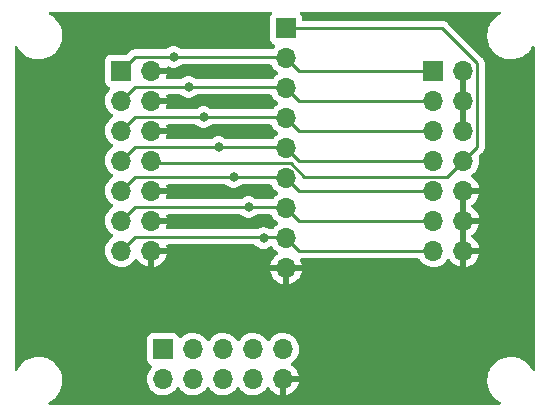
<source format=gtl>
%TF.GenerationSoftware,KiCad,Pcbnew,(6.0.8)*%
%TF.CreationDate,2022-10-22T10:51:26-05:00*%
%TF.ProjectId,jtag_sniff_pcb,6a746167-5f73-46e6-9966-665f7063622e,rev?*%
%TF.SameCoordinates,Original*%
%TF.FileFunction,Copper,L1,Top*%
%TF.FilePolarity,Positive*%
%FSLAX46Y46*%
G04 Gerber Fmt 4.6, Leading zero omitted, Abs format (unit mm)*
G04 Created by KiCad (PCBNEW (6.0.8)) date 2022-10-22 10:51:26*
%MOMM*%
%LPD*%
G01*
G04 APERTURE LIST*
%TA.AperFunction,ComponentPad*%
%ADD10R,1.700000X1.700000*%
%TD*%
%TA.AperFunction,ComponentPad*%
%ADD11O,1.700000X1.700000*%
%TD*%
%TA.AperFunction,ViaPad*%
%ADD12C,0.800000*%
%TD*%
%TA.AperFunction,Conductor*%
%ADD13C,0.250000*%
%TD*%
G04 APERTURE END LIST*
D10*
%TO.P,J3,1,Pin_1*%
%TO.N,VCC*%
X133350000Y-69860000D03*
D11*
%TO.P,J3,2,Pin_2*%
%TO.N,/TCK*%
X133350000Y-72400000D03*
%TO.P,J3,3,Pin_3*%
%TO.N,/TRST*%
X133350000Y-74940000D03*
%TO.P,J3,4,Pin_4*%
%TO.N,/TDO*%
X133350000Y-77480000D03*
%TO.P,J3,5,Pin_5*%
%TO.N,/ASEBRK*%
X133350000Y-80020000D03*
%TO.P,J3,6,Pin_6*%
%TO.N,/TMS*%
X133350000Y-82560000D03*
%TO.P,J3,7,Pin_7*%
%TO.N,/TDI*%
X133350000Y-85100000D03*
%TO.P,J3,8,Pin_8*%
%TO.N,/RESET*%
X133350000Y-87640000D03*
%TO.P,J3,9,Pin_9*%
%TO.N,GND*%
X133350000Y-90180000D03*
%TD*%
D10*
%TO.P,J1,1,Pin_1*%
%TO.N,/TCK*%
X122936000Y-97028000D03*
D11*
%TO.P,J1,2,Pin_2*%
%TO.N,/TRST*%
X122936000Y-99568000D03*
%TO.P,J1,3,Pin_3*%
%TO.N,/TDO*%
X125476000Y-97028000D03*
%TO.P,J1,4,Pin_4*%
%TO.N,/ASEBRK*%
X125476000Y-99568000D03*
%TO.P,J1,5,Pin_5*%
%TO.N,/TMS*%
X128016000Y-97028000D03*
%TO.P,J1,6,Pin_6*%
%TO.N,/TDI*%
X128016000Y-99568000D03*
%TO.P,J1,7,Pin_7*%
%TO.N,/RESET*%
X130556000Y-97028000D03*
%TO.P,J1,8,Pin_8*%
%TO.N,unconnected-(J1-Pad8)*%
X130556000Y-99568000D03*
%TO.P,J1,9,Pin_9*%
%TO.N,unconnected-(J1-Pad9)*%
X133096000Y-97028000D03*
%TO.P,J1,10,Pin_10*%
%TO.N,GND*%
X133096000Y-99568000D03*
%TD*%
D10*
%TO.P,J2,1,Pin_1*%
%TO.N,/TCK*%
X145816000Y-73462000D03*
D11*
%TO.P,J2,2,Pin_2*%
%TO.N,/TRST*%
X145816000Y-76002000D03*
%TO.P,J2,3,Pin_3*%
%TO.N,/TDO*%
X145816000Y-78542000D03*
%TO.P,J2,4,Pin_4*%
%TO.N,/ASEBRK*%
X145816000Y-81082000D03*
%TO.P,J2,5,Pin_5*%
%TO.N,/TMS*%
X145816000Y-83622000D03*
%TO.P,J2,6,Pin_6*%
%TO.N,/TDI*%
X145816000Y-86162000D03*
%TO.P,J2,7,Pin_7*%
%TO.N,/RESET*%
X145816000Y-88702000D03*
%TO.P,J2,8,Pin_8*%
%TO.N,GND*%
X148356000Y-73462000D03*
%TO.P,J2,9,Pin_9*%
X148356000Y-76002000D03*
%TO.P,J2,10,Pin_10*%
X148356000Y-78542000D03*
%TO.P,J2,11,Pin_11*%
%TO.N,VCC*%
X148356000Y-81082000D03*
%TO.P,J2,12,Pin_12*%
%TO.N,GND*%
X148356000Y-83622000D03*
%TO.P,J2,13,Pin_13*%
X148356000Y-86162000D03*
%TO.P,J2,14,Pin_14*%
X148356000Y-88702000D03*
%TD*%
D10*
%TO.P,J4,1,Pin_1*%
%TO.N,/TCK*%
X119378000Y-73462000D03*
D11*
%TO.P,J4,2,Pin_2*%
%TO.N,/TRST*%
X119378000Y-76002000D03*
%TO.P,J4,3,Pin_3*%
%TO.N,/TDO*%
X119378000Y-78542000D03*
%TO.P,J4,4,Pin_4*%
%TO.N,/ASEBRK*%
X119378000Y-81082000D03*
%TO.P,J4,5,Pin_5*%
%TO.N,/TMS*%
X119378000Y-83622000D03*
%TO.P,J4,6,Pin_6*%
%TO.N,/TDI*%
X119378000Y-86162000D03*
%TO.P,J4,7,Pin_7*%
%TO.N,/RESET*%
X119378000Y-88702000D03*
%TO.P,J4,8,Pin_8*%
%TO.N,GND*%
X121918000Y-73462000D03*
%TO.P,J4,9,Pin_9*%
X121918000Y-76002000D03*
%TO.P,J4,10,Pin_10*%
X121918000Y-78542000D03*
%TO.P,J4,11,Pin_11*%
%TO.N,VCC*%
X121918000Y-81082000D03*
%TO.P,J4,12,Pin_12*%
%TO.N,GND*%
X121918000Y-83622000D03*
%TO.P,J4,13,Pin_13*%
X121918000Y-86162000D03*
%TO.P,J4,14,Pin_14*%
X121918000Y-88702000D03*
%TD*%
D12*
%TO.N,/RESET*%
X131445000Y-87630000D03*
%TO.N,/TDI*%
X130175000Y-84987000D03*
%TO.N,/TMS*%
X128905000Y-82447000D03*
%TO.N,/ASEBRK*%
X127635000Y-79907000D03*
%TO.N,/TDO*%
X126365000Y-77367000D03*
%TO.N,/TRST*%
X125095000Y-74827000D03*
%TO.N,/TCK*%
X123825000Y-72287000D03*
%TD*%
D13*
%TO.N,/RESET*%
X131548000Y-87527000D02*
X120553000Y-87527000D01*
%TO.N,/TDI*%
X130278000Y-84987000D02*
X120553000Y-84987000D01*
%TO.N,/TMS*%
X129008000Y-82447000D02*
X120553000Y-82447000D01*
%TO.N,VCC*%
X133731701Y-81280000D02*
X127508000Y-81280000D01*
X121918000Y-81082000D02*
X122116000Y-81280000D01*
X122116000Y-81280000D02*
X127508000Y-81280000D01*
%TO.N,/ASEBRK*%
X133257000Y-79907000D02*
X126643000Y-79907000D01*
X119378000Y-81082000D02*
X120553000Y-79907000D01*
X120553000Y-79907000D02*
X126643000Y-79907000D01*
%TO.N,/TDO*%
X133257000Y-77367000D02*
X125881000Y-77367000D01*
X119378000Y-78542000D02*
X120553000Y-77367000D01*
X120553000Y-77367000D02*
X125881000Y-77367000D01*
%TO.N,/TRST*%
X133257000Y-74827000D02*
X125119000Y-74827000D01*
X119378000Y-76002000D02*
X120553000Y-74827000D01*
X120553000Y-74827000D02*
X125119000Y-74827000D01*
%TO.N,/TCK*%
X123293000Y-72287000D02*
X120553000Y-72287000D01*
%TO.N,VCC*%
X148356000Y-81082000D02*
X149531000Y-79907000D01*
X149531000Y-79907000D02*
X149531000Y-72823000D01*
X149531000Y-72823000D02*
X146568000Y-69860000D01*
X146568000Y-69860000D02*
X133350000Y-69860000D01*
X148356000Y-81082000D02*
X146991000Y-82447000D01*
X146991000Y-82447000D02*
X134898701Y-82447000D01*
X134898701Y-82447000D02*
X133731701Y-81280000D01*
%TO.N,/TCK*%
X133350000Y-72400000D02*
X134412000Y-73462000D01*
X134412000Y-73462000D02*
X145816000Y-73462000D01*
%TO.N,/TRST*%
X133350000Y-74940000D02*
X134412000Y-76002000D01*
X134412000Y-76002000D02*
X145816000Y-76002000D01*
%TO.N,/TDO*%
X145816000Y-78542000D02*
X134412000Y-78542000D01*
X134412000Y-78542000D02*
X133350000Y-77480000D01*
%TO.N,/ASEBRK*%
X145816000Y-81082000D02*
X134412000Y-81082000D01*
X134412000Y-81082000D02*
X133350000Y-80020000D01*
%TO.N,/TMS*%
X145816000Y-83622000D02*
X134412000Y-83622000D01*
X134412000Y-83622000D02*
X133350000Y-82560000D01*
%TO.N,/TDI*%
X133350000Y-85100000D02*
X134412000Y-86162000D01*
X134412000Y-86162000D02*
X145816000Y-86162000D01*
%TO.N,/TCK*%
X133257000Y-72287000D02*
X123293000Y-72287000D01*
X120553000Y-72287000D02*
X119378000Y-73462000D01*
X133375000Y-72405000D02*
X133257000Y-72287000D01*
%TO.N,/TRST*%
X133375000Y-74945000D02*
X133257000Y-74827000D01*
%TO.N,/TDO*%
X133375000Y-77485000D02*
X133257000Y-77367000D01*
%TO.N,/ASEBRK*%
X133375000Y-80025000D02*
X133257000Y-79907000D01*
%TO.N,/TMS*%
X120553000Y-82447000D02*
X119378000Y-83622000D01*
X133257000Y-82447000D02*
X129008000Y-82447000D01*
X133375000Y-82565000D02*
X133257000Y-82447000D01*
%TO.N,/TDI*%
X133257000Y-84987000D02*
X130278000Y-84987000D01*
X133375000Y-85105000D02*
X133257000Y-84987000D01*
X120553000Y-84987000D02*
X119378000Y-86162000D01*
%TO.N,/RESET*%
X120553000Y-87527000D02*
X119378000Y-88702000D01*
X133375000Y-87645000D02*
X133257000Y-87527000D01*
X134432000Y-88702000D02*
X133375000Y-87645000D01*
X145816000Y-88702000D02*
X134432000Y-88702000D01*
X133257000Y-87527000D02*
X131548000Y-87527000D01*
%TD*%
%TA.AperFunction,Conductor*%
%TO.N,GND*%
G36*
X132097794Y-68473502D02*
G01*
X132144287Y-68527158D01*
X132154391Y-68597432D01*
X132130499Y-68655065D01*
X132049385Y-68763295D01*
X131998255Y-68899684D01*
X131991500Y-68961866D01*
X131991500Y-70758134D01*
X131998255Y-70820316D01*
X132049385Y-70956705D01*
X132136739Y-71073261D01*
X132253295Y-71160615D01*
X132261704Y-71163767D01*
X132261705Y-71163768D01*
X132370451Y-71204535D01*
X132427216Y-71247176D01*
X132451916Y-71313738D01*
X132436709Y-71383087D01*
X132417316Y-71409568D01*
X132331124Y-71499763D01*
X132290629Y-71542138D01*
X132252177Y-71598506D01*
X132197268Y-71643507D01*
X132148091Y-71653500D01*
X124533200Y-71653500D01*
X124465079Y-71633498D01*
X124445853Y-71617157D01*
X124445580Y-71617460D01*
X124440668Y-71613037D01*
X124436253Y-71608134D01*
X124281752Y-71495882D01*
X124275724Y-71493198D01*
X124275722Y-71493197D01*
X124113319Y-71420891D01*
X124113318Y-71420891D01*
X124107288Y-71418206D01*
X124013888Y-71398353D01*
X123926944Y-71379872D01*
X123926939Y-71379872D01*
X123920487Y-71378500D01*
X123729513Y-71378500D01*
X123723061Y-71379872D01*
X123723056Y-71379872D01*
X123636112Y-71398353D01*
X123542712Y-71418206D01*
X123536682Y-71420891D01*
X123536681Y-71420891D01*
X123374278Y-71493197D01*
X123374276Y-71493198D01*
X123368248Y-71495882D01*
X123213747Y-71608134D01*
X123209332Y-71613037D01*
X123204420Y-71617460D01*
X123203295Y-71616211D01*
X123149986Y-71649051D01*
X123116800Y-71653500D01*
X120631767Y-71653500D01*
X120620584Y-71652973D01*
X120613091Y-71651298D01*
X120605165Y-71651547D01*
X120605164Y-71651547D01*
X120545001Y-71653438D01*
X120541043Y-71653500D01*
X120513144Y-71653500D01*
X120509154Y-71654004D01*
X120497320Y-71654936D01*
X120453111Y-71656326D01*
X120445497Y-71658538D01*
X120445492Y-71658539D01*
X120433659Y-71661977D01*
X120414296Y-71665988D01*
X120394203Y-71668526D01*
X120386836Y-71671443D01*
X120386831Y-71671444D01*
X120353092Y-71684802D01*
X120341865Y-71688646D01*
X120299407Y-71700982D01*
X120292581Y-71705019D01*
X120281972Y-71711293D01*
X120264224Y-71719988D01*
X120245383Y-71727448D01*
X120238967Y-71732110D01*
X120238966Y-71732110D01*
X120209613Y-71753436D01*
X120199693Y-71759952D01*
X120168465Y-71778420D01*
X120168462Y-71778422D01*
X120161638Y-71782458D01*
X120147317Y-71796779D01*
X120132284Y-71809619D01*
X120115893Y-71821528D01*
X120110842Y-71827634D01*
X120087702Y-71855605D01*
X120079712Y-71864384D01*
X119877501Y-72066595D01*
X119815189Y-72100621D01*
X119788406Y-72103500D01*
X118479866Y-72103500D01*
X118417684Y-72110255D01*
X118281295Y-72161385D01*
X118164739Y-72248739D01*
X118077385Y-72365295D01*
X118026255Y-72501684D01*
X118019500Y-72563866D01*
X118019500Y-74360134D01*
X118026255Y-74422316D01*
X118077385Y-74558705D01*
X118164739Y-74675261D01*
X118281295Y-74762615D01*
X118289704Y-74765767D01*
X118289705Y-74765768D01*
X118398451Y-74806535D01*
X118455216Y-74849176D01*
X118479916Y-74915738D01*
X118464709Y-74985087D01*
X118445316Y-75011568D01*
X118318629Y-75144138D01*
X118192743Y-75328680D01*
X118178898Y-75358507D01*
X118108696Y-75509745D01*
X118098688Y-75531305D01*
X118038989Y-75746570D01*
X118015251Y-75968695D01*
X118028110Y-76191715D01*
X118029247Y-76196761D01*
X118029248Y-76196767D01*
X118035241Y-76223357D01*
X118077222Y-76409639D01*
X118115461Y-76503811D01*
X118143636Y-76573197D01*
X118161266Y-76616616D01*
X118172838Y-76635500D01*
X118275291Y-76802688D01*
X118277987Y-76807088D01*
X118424250Y-76975938D01*
X118596126Y-77118632D01*
X118666595Y-77159811D01*
X118669445Y-77161476D01*
X118718169Y-77213114D01*
X118731240Y-77282897D01*
X118704509Y-77348669D01*
X118664055Y-77382027D01*
X118651607Y-77388507D01*
X118647474Y-77391610D01*
X118647471Y-77391612D01*
X118477100Y-77519530D01*
X118472965Y-77522635D01*
X118318629Y-77684138D01*
X118192743Y-77868680D01*
X118178898Y-77898507D01*
X118108696Y-78049745D01*
X118098688Y-78071305D01*
X118038989Y-78286570D01*
X118015251Y-78508695D01*
X118028110Y-78731715D01*
X118029247Y-78736761D01*
X118029248Y-78736767D01*
X118040031Y-78784614D01*
X118077222Y-78949639D01*
X118115461Y-79043811D01*
X118143636Y-79113197D01*
X118161266Y-79156616D01*
X118172838Y-79175500D01*
X118275291Y-79342688D01*
X118277987Y-79347088D01*
X118424250Y-79515938D01*
X118496540Y-79575954D01*
X118579220Y-79644596D01*
X118596126Y-79658632D01*
X118666595Y-79699811D01*
X118669445Y-79701476D01*
X118718169Y-79753114D01*
X118731240Y-79822897D01*
X118704509Y-79888669D01*
X118664055Y-79922027D01*
X118651607Y-79928507D01*
X118647474Y-79931610D01*
X118647471Y-79931612D01*
X118501146Y-80041476D01*
X118472965Y-80062635D01*
X118318629Y-80224138D01*
X118315720Y-80228403D01*
X118315714Y-80228411D01*
X118278939Y-80282321D01*
X118192743Y-80408680D01*
X118098688Y-80611305D01*
X118038989Y-80826570D01*
X118015251Y-81048695D01*
X118015548Y-81053848D01*
X118015548Y-81053851D01*
X118021011Y-81148590D01*
X118028110Y-81271715D01*
X118029247Y-81276761D01*
X118029248Y-81276767D01*
X118049119Y-81364939D01*
X118077222Y-81489639D01*
X118161266Y-81696616D01*
X118277987Y-81887088D01*
X118424250Y-82055938D01*
X118596126Y-82198632D01*
X118666595Y-82239811D01*
X118669445Y-82241476D01*
X118718169Y-82293114D01*
X118731240Y-82362897D01*
X118704509Y-82428669D01*
X118664055Y-82462027D01*
X118651607Y-82468507D01*
X118647474Y-82471610D01*
X118647471Y-82471612D01*
X118622685Y-82490222D01*
X118472965Y-82602635D01*
X118318629Y-82764138D01*
X118192743Y-82948680D01*
X118176899Y-82982814D01*
X118108696Y-83129745D01*
X118098688Y-83151305D01*
X118038989Y-83366570D01*
X118015251Y-83588695D01*
X118028110Y-83811715D01*
X118029247Y-83816761D01*
X118029248Y-83816767D01*
X118035241Y-83843357D01*
X118077222Y-84029639D01*
X118134896Y-84171674D01*
X118143636Y-84193197D01*
X118161266Y-84236616D01*
X118172838Y-84255500D01*
X118275291Y-84422688D01*
X118277987Y-84427088D01*
X118424250Y-84595938D01*
X118596126Y-84738632D01*
X118666595Y-84779811D01*
X118669445Y-84781476D01*
X118718169Y-84833114D01*
X118731240Y-84902897D01*
X118704509Y-84968669D01*
X118664055Y-85002027D01*
X118651607Y-85008507D01*
X118647474Y-85011610D01*
X118647471Y-85011612D01*
X118477100Y-85139530D01*
X118472965Y-85142635D01*
X118318629Y-85304138D01*
X118192743Y-85488680D01*
X118178898Y-85518507D01*
X118108696Y-85669745D01*
X118098688Y-85691305D01*
X118038989Y-85906570D01*
X118015251Y-86128695D01*
X118028110Y-86351715D01*
X118029247Y-86356761D01*
X118029248Y-86356767D01*
X118035241Y-86383357D01*
X118077222Y-86569639D01*
X118134896Y-86711674D01*
X118154452Y-86759834D01*
X118161266Y-86776616D01*
X118172838Y-86795500D01*
X118275291Y-86962688D01*
X118277987Y-86967088D01*
X118424250Y-87135938D01*
X118596126Y-87278632D01*
X118666595Y-87319811D01*
X118669445Y-87321476D01*
X118718169Y-87373114D01*
X118731240Y-87442897D01*
X118704509Y-87508669D01*
X118664055Y-87542027D01*
X118651607Y-87548507D01*
X118647474Y-87551610D01*
X118647471Y-87551612D01*
X118477100Y-87679530D01*
X118472965Y-87682635D01*
X118318629Y-87844138D01*
X118192743Y-88028680D01*
X118178898Y-88058507D01*
X118112203Y-88202190D01*
X118098688Y-88231305D01*
X118038989Y-88446570D01*
X118015251Y-88668695D01*
X118028110Y-88891715D01*
X118029247Y-88896761D01*
X118029248Y-88896767D01*
X118046645Y-88973962D01*
X118077222Y-89109639D01*
X118161266Y-89316616D01*
X118163965Y-89321020D01*
X118275291Y-89502688D01*
X118277987Y-89507088D01*
X118424250Y-89675938D01*
X118596126Y-89818632D01*
X118789000Y-89931338D01*
X118997692Y-90011030D01*
X119002760Y-90012061D01*
X119002763Y-90012062D01*
X119097862Y-90031410D01*
X119216597Y-90055567D01*
X119221772Y-90055757D01*
X119221774Y-90055757D01*
X119434673Y-90063564D01*
X119434677Y-90063564D01*
X119439837Y-90063753D01*
X119444957Y-90063097D01*
X119444959Y-90063097D01*
X119656288Y-90036025D01*
X119656289Y-90036025D01*
X119661416Y-90035368D01*
X119666366Y-90033883D01*
X119870429Y-89972661D01*
X119870434Y-89972659D01*
X119875384Y-89971174D01*
X120075994Y-89872896D01*
X120257860Y-89743173D01*
X120286664Y-89714470D01*
X120412435Y-89589137D01*
X120416096Y-89585489D01*
X120454716Y-89531744D01*
X120546453Y-89404077D01*
X120547640Y-89404930D01*
X120594960Y-89361362D01*
X120664897Y-89349145D01*
X120730338Y-89376678D01*
X120758166Y-89408511D01*
X120815694Y-89502388D01*
X120821777Y-89510699D01*
X120961213Y-89671667D01*
X120968580Y-89678883D01*
X121132434Y-89814916D01*
X121140881Y-89820831D01*
X121324756Y-89928279D01*
X121334042Y-89932729D01*
X121533001Y-90008703D01*
X121542899Y-90011579D01*
X121646250Y-90032606D01*
X121660299Y-90031410D01*
X121664000Y-90021065D01*
X121664000Y-90020517D01*
X122172000Y-90020517D01*
X122176064Y-90034359D01*
X122189478Y-90036393D01*
X122196184Y-90035534D01*
X122206262Y-90033392D01*
X122410255Y-89972191D01*
X122419842Y-89968433D01*
X122611095Y-89874739D01*
X122619945Y-89869464D01*
X122793328Y-89745792D01*
X122801200Y-89739139D01*
X122952052Y-89588812D01*
X122958730Y-89580965D01*
X123083003Y-89408020D01*
X123088313Y-89399183D01*
X123182670Y-89208267D01*
X123186469Y-89198672D01*
X123248377Y-88994910D01*
X123250555Y-88984837D01*
X123251986Y-88973962D01*
X123249775Y-88959778D01*
X123236617Y-88956000D01*
X122190115Y-88956000D01*
X122174876Y-88960475D01*
X122173671Y-88961865D01*
X122172000Y-88969548D01*
X122172000Y-90020517D01*
X121664000Y-90020517D01*
X121664000Y-88286500D01*
X121684002Y-88218379D01*
X121737658Y-88171886D01*
X121790000Y-88160500D01*
X122046000Y-88160500D01*
X122114121Y-88180502D01*
X122160614Y-88234158D01*
X122172000Y-88286500D01*
X122172000Y-88429885D01*
X122176475Y-88445124D01*
X122177865Y-88446329D01*
X122185548Y-88448000D01*
X123236344Y-88448000D01*
X123249875Y-88444027D01*
X123251180Y-88434947D01*
X123221603Y-88317196D01*
X123224407Y-88246255D01*
X123265120Y-88188091D01*
X123330815Y-88161172D01*
X123343807Y-88160500D01*
X130644060Y-88160500D01*
X130712181Y-88180502D01*
X130737694Y-88202189D01*
X130833747Y-88308866D01*
X130988248Y-88421118D01*
X130994276Y-88423802D01*
X130994278Y-88423803D01*
X131156681Y-88496109D01*
X131162712Y-88498794D01*
X131256113Y-88518647D01*
X131343056Y-88537128D01*
X131343061Y-88537128D01*
X131349513Y-88538500D01*
X131540487Y-88538500D01*
X131546939Y-88537128D01*
X131546944Y-88537128D01*
X131633887Y-88518647D01*
X131727288Y-88498794D01*
X131733319Y-88496109D01*
X131895722Y-88423803D01*
X131895724Y-88423802D01*
X131901752Y-88421118D01*
X131972581Y-88369658D01*
X132022269Y-88333557D01*
X132089137Y-88309699D01*
X132158288Y-88325779D01*
X132203762Y-88369658D01*
X132247285Y-88440680D01*
X132247290Y-88440687D01*
X132249987Y-88445088D01*
X132396250Y-88613938D01*
X132568126Y-88756632D01*
X132588590Y-88768590D01*
X132641955Y-88799774D01*
X132690679Y-88851412D01*
X132703750Y-88921195D01*
X132677019Y-88986967D01*
X132636562Y-89020327D01*
X132628457Y-89024546D01*
X132619738Y-89030036D01*
X132449433Y-89157905D01*
X132441726Y-89164748D01*
X132294590Y-89318717D01*
X132288104Y-89326727D01*
X132168098Y-89502649D01*
X132163000Y-89511623D01*
X132073338Y-89704783D01*
X132069775Y-89714470D01*
X132014389Y-89914183D01*
X132015912Y-89922607D01*
X132028292Y-89926000D01*
X134668344Y-89926000D01*
X134681875Y-89922027D01*
X134683180Y-89912947D01*
X134641214Y-89745875D01*
X134637894Y-89736124D01*
X134552972Y-89540814D01*
X134548108Y-89531744D01*
X134546940Y-89529938D01*
X134546692Y-89529103D01*
X134545661Y-89527180D01*
X134546058Y-89526967D01*
X134526735Y-89461877D01*
X134546533Y-89393697D01*
X134600049Y-89347043D01*
X134652734Y-89335500D01*
X144540274Y-89335500D01*
X144608395Y-89355502D01*
X144647707Y-89395665D01*
X144715987Y-89507088D01*
X144862250Y-89675938D01*
X145034126Y-89818632D01*
X145227000Y-89931338D01*
X145435692Y-90011030D01*
X145440760Y-90012061D01*
X145440763Y-90012062D01*
X145535862Y-90031410D01*
X145654597Y-90055567D01*
X145659772Y-90055757D01*
X145659774Y-90055757D01*
X145872673Y-90063564D01*
X145872677Y-90063564D01*
X145877837Y-90063753D01*
X145882957Y-90063097D01*
X145882959Y-90063097D01*
X146094288Y-90036025D01*
X146094289Y-90036025D01*
X146099416Y-90035368D01*
X146104366Y-90033883D01*
X146308429Y-89972661D01*
X146308434Y-89972659D01*
X146313384Y-89971174D01*
X146513994Y-89872896D01*
X146695860Y-89743173D01*
X146724664Y-89714470D01*
X146850435Y-89589137D01*
X146854096Y-89585489D01*
X146892716Y-89531744D01*
X146984453Y-89404077D01*
X146985640Y-89404930D01*
X147032960Y-89361362D01*
X147102897Y-89349145D01*
X147168338Y-89376678D01*
X147196166Y-89408511D01*
X147253694Y-89502388D01*
X147259777Y-89510699D01*
X147399213Y-89671667D01*
X147406580Y-89678883D01*
X147570434Y-89814916D01*
X147578881Y-89820831D01*
X147762756Y-89928279D01*
X147772042Y-89932729D01*
X147971001Y-90008703D01*
X147980899Y-90011579D01*
X148084250Y-90032606D01*
X148098299Y-90031410D01*
X148102000Y-90021065D01*
X148102000Y-90020517D01*
X148610000Y-90020517D01*
X148614064Y-90034359D01*
X148627478Y-90036393D01*
X148634184Y-90035534D01*
X148644262Y-90033392D01*
X148848255Y-89972191D01*
X148857842Y-89968433D01*
X149049095Y-89874739D01*
X149057945Y-89869464D01*
X149231328Y-89745792D01*
X149239200Y-89739139D01*
X149390052Y-89588812D01*
X149396730Y-89580965D01*
X149521003Y-89408020D01*
X149526313Y-89399183D01*
X149620670Y-89208267D01*
X149624469Y-89198672D01*
X149686377Y-88994910D01*
X149688555Y-88984837D01*
X149689986Y-88973962D01*
X149687775Y-88959778D01*
X149674617Y-88956000D01*
X148628115Y-88956000D01*
X148612876Y-88960475D01*
X148611671Y-88961865D01*
X148610000Y-88969548D01*
X148610000Y-90020517D01*
X148102000Y-90020517D01*
X148102000Y-88429885D01*
X148610000Y-88429885D01*
X148614475Y-88445124D01*
X148615865Y-88446329D01*
X148623548Y-88448000D01*
X149674344Y-88448000D01*
X149687875Y-88444027D01*
X149689180Y-88434947D01*
X149647214Y-88267875D01*
X149643894Y-88258124D01*
X149558972Y-88062814D01*
X149554105Y-88053739D01*
X149438426Y-87874926D01*
X149432136Y-87866757D01*
X149288806Y-87709240D01*
X149281273Y-87702215D01*
X149114139Y-87570222D01*
X149105552Y-87564517D01*
X149068116Y-87543851D01*
X149018146Y-87493419D01*
X149003374Y-87423976D01*
X149028490Y-87357571D01*
X149055842Y-87330964D01*
X149231327Y-87205792D01*
X149239200Y-87199139D01*
X149390052Y-87048812D01*
X149396730Y-87040965D01*
X149521003Y-86868020D01*
X149526313Y-86859183D01*
X149620670Y-86668267D01*
X149624469Y-86658672D01*
X149686377Y-86454910D01*
X149688555Y-86444837D01*
X149689986Y-86433962D01*
X149687775Y-86419778D01*
X149674617Y-86416000D01*
X148628115Y-86416000D01*
X148612876Y-86420475D01*
X148611671Y-86421865D01*
X148610000Y-86429548D01*
X148610000Y-88429885D01*
X148102000Y-88429885D01*
X148102000Y-85889885D01*
X148610000Y-85889885D01*
X148614475Y-85905124D01*
X148615865Y-85906329D01*
X148623548Y-85908000D01*
X149674344Y-85908000D01*
X149687875Y-85904027D01*
X149689180Y-85894947D01*
X149647214Y-85727875D01*
X149643894Y-85718124D01*
X149558972Y-85522814D01*
X149554105Y-85513739D01*
X149438426Y-85334926D01*
X149432136Y-85326757D01*
X149288806Y-85169240D01*
X149281273Y-85162215D01*
X149114139Y-85030222D01*
X149105552Y-85024517D01*
X149068116Y-85003851D01*
X149018146Y-84953419D01*
X149003374Y-84883976D01*
X149028490Y-84817571D01*
X149055842Y-84790964D01*
X149231327Y-84665792D01*
X149239200Y-84659139D01*
X149390052Y-84508812D01*
X149396730Y-84500965D01*
X149521003Y-84328020D01*
X149526313Y-84319183D01*
X149620670Y-84128267D01*
X149624469Y-84118672D01*
X149686377Y-83914910D01*
X149688555Y-83904837D01*
X149689986Y-83893962D01*
X149687775Y-83879778D01*
X149674617Y-83876000D01*
X148628115Y-83876000D01*
X148612876Y-83880475D01*
X148611671Y-83881865D01*
X148610000Y-83889548D01*
X148610000Y-85889885D01*
X148102000Y-85889885D01*
X148102000Y-83494000D01*
X148122002Y-83425879D01*
X148175658Y-83379386D01*
X148228000Y-83368000D01*
X149674344Y-83368000D01*
X149687875Y-83364027D01*
X149689180Y-83354947D01*
X149647214Y-83187875D01*
X149643894Y-83178124D01*
X149558972Y-82982814D01*
X149554105Y-82973739D01*
X149438426Y-82794926D01*
X149432136Y-82786757D01*
X149288806Y-82629240D01*
X149281273Y-82622215D01*
X149114139Y-82490222D01*
X149105556Y-82484520D01*
X149068602Y-82464120D01*
X149018631Y-82413687D01*
X149003859Y-82344245D01*
X149028975Y-82277839D01*
X149056327Y-82251232D01*
X149079797Y-82234491D01*
X149235860Y-82123173D01*
X149394096Y-81965489D01*
X149453594Y-81882689D01*
X149521435Y-81788277D01*
X149524453Y-81784077D01*
X149623430Y-81583811D01*
X149688370Y-81370069D01*
X149717529Y-81148590D01*
X149719156Y-81082000D01*
X149700852Y-80859361D01*
X149672821Y-80747766D01*
X149675625Y-80676825D01*
X149705930Y-80627975D01*
X149923253Y-80410652D01*
X149931539Y-80403112D01*
X149938018Y-80399000D01*
X149984644Y-80349348D01*
X149987398Y-80346507D01*
X150007135Y-80326770D01*
X150009615Y-80323573D01*
X150017320Y-80314551D01*
X150042159Y-80288100D01*
X150047586Y-80282321D01*
X150051405Y-80275375D01*
X150051407Y-80275372D01*
X150057348Y-80264566D01*
X150068199Y-80248047D01*
X150075758Y-80238301D01*
X150080614Y-80232041D01*
X150083759Y-80224772D01*
X150083762Y-80224768D01*
X150098174Y-80191463D01*
X150103391Y-80180813D01*
X150124695Y-80142060D01*
X150129733Y-80122437D01*
X150136137Y-80103734D01*
X150141033Y-80092420D01*
X150141033Y-80092419D01*
X150144181Y-80085145D01*
X150145420Y-80077322D01*
X150145423Y-80077312D01*
X150151099Y-80041476D01*
X150153505Y-80029856D01*
X150162528Y-79994711D01*
X150162528Y-79994710D01*
X150164500Y-79987030D01*
X150164500Y-79966776D01*
X150166051Y-79947065D01*
X150167980Y-79934886D01*
X150169220Y-79927057D01*
X150165059Y-79883038D01*
X150164500Y-79871181D01*
X150164500Y-72901768D01*
X150165027Y-72890585D01*
X150166702Y-72883092D01*
X150164562Y-72815001D01*
X150164500Y-72811044D01*
X150164500Y-72783144D01*
X150163996Y-72779153D01*
X150163063Y-72767311D01*
X150161923Y-72731036D01*
X150161674Y-72723111D01*
X150159462Y-72715497D01*
X150159461Y-72715492D01*
X150156023Y-72703659D01*
X150152012Y-72684295D01*
X150150467Y-72672064D01*
X150149474Y-72664203D01*
X150146557Y-72656836D01*
X150146556Y-72656831D01*
X150133198Y-72623092D01*
X150129354Y-72611865D01*
X150119230Y-72577022D01*
X150117018Y-72569407D01*
X150106707Y-72551972D01*
X150098012Y-72534224D01*
X150090552Y-72515383D01*
X150064564Y-72479613D01*
X150058048Y-72469693D01*
X150039580Y-72438465D01*
X150039578Y-72438462D01*
X150035542Y-72431638D01*
X150021221Y-72417317D01*
X150008380Y-72402283D01*
X150006721Y-72400000D01*
X149996472Y-72385893D01*
X149962395Y-72357702D01*
X149953616Y-72349712D01*
X147071652Y-69467747D01*
X147064112Y-69459461D01*
X147060000Y-69452982D01*
X147010348Y-69406356D01*
X147007507Y-69403602D01*
X146987770Y-69383865D01*
X146984573Y-69381385D01*
X146975551Y-69373680D01*
X146949100Y-69348841D01*
X146943321Y-69343414D01*
X146936375Y-69339595D01*
X146936372Y-69339593D01*
X146925566Y-69333652D01*
X146909047Y-69322801D01*
X146908583Y-69322441D01*
X146893041Y-69310386D01*
X146885772Y-69307241D01*
X146885768Y-69307238D01*
X146852463Y-69292826D01*
X146841813Y-69287609D01*
X146803060Y-69266305D01*
X146783437Y-69261267D01*
X146764734Y-69254863D01*
X146753420Y-69249967D01*
X146753419Y-69249967D01*
X146746145Y-69246819D01*
X146738322Y-69245580D01*
X146738312Y-69245577D01*
X146702476Y-69239901D01*
X146690856Y-69237495D01*
X146655711Y-69228472D01*
X146655710Y-69228472D01*
X146648030Y-69226500D01*
X146627776Y-69226500D01*
X146608065Y-69224949D01*
X146595886Y-69223020D01*
X146588057Y-69221780D01*
X146580165Y-69222526D01*
X146544039Y-69225941D01*
X146532181Y-69226500D01*
X134834500Y-69226500D01*
X134766379Y-69206498D01*
X134719886Y-69152842D01*
X134708500Y-69100500D01*
X134708500Y-68961866D01*
X134701745Y-68899684D01*
X134650615Y-68763295D01*
X134569501Y-68655065D01*
X134544653Y-68588559D01*
X134559706Y-68519176D01*
X134609880Y-68468946D01*
X134670327Y-68453500D01*
X151437122Y-68453500D01*
X151505243Y-68473502D01*
X151551736Y-68527158D01*
X151561840Y-68597432D01*
X151532346Y-68662012D01*
X151496276Y-68690751D01*
X151465210Y-68707269D01*
X151333058Y-68777536D01*
X151329499Y-68780122D01*
X151329497Y-68780123D01*
X151164935Y-68899684D01*
X151105808Y-68942642D01*
X151102644Y-68945698D01*
X151102641Y-68945700D01*
X151013864Y-69031431D01*
X150903748Y-69137769D01*
X150819639Y-69245424D01*
X150746067Y-69339593D01*
X150730812Y-69359118D01*
X150728616Y-69362922D01*
X150728611Y-69362929D01*
X150639992Y-69516423D01*
X150590364Y-69602381D01*
X150485138Y-69862824D01*
X150484073Y-69867097D01*
X150484072Y-69867099D01*
X150450379Y-70002236D01*
X150417183Y-70135376D01*
X150387822Y-70414733D01*
X150387975Y-70419121D01*
X150387975Y-70419127D01*
X150394973Y-70619500D01*
X150397625Y-70695458D01*
X150398387Y-70699781D01*
X150398388Y-70699788D01*
X150422164Y-70834624D01*
X150446402Y-70972087D01*
X150533203Y-71239235D01*
X150535131Y-71243188D01*
X150535133Y-71243193D01*
X150537076Y-71247176D01*
X150656340Y-71491702D01*
X150658795Y-71495341D01*
X150658798Y-71495347D01*
X150690359Y-71542138D01*
X150813415Y-71724576D01*
X151001371Y-71933322D01*
X151216550Y-72113879D01*
X151454764Y-72262731D01*
X151588484Y-72322267D01*
X151685126Y-72365295D01*
X151711375Y-72376982D01*
X151981390Y-72454407D01*
X151985740Y-72455018D01*
X151985743Y-72455019D01*
X152088690Y-72469487D01*
X152259552Y-72493500D01*
X152470146Y-72493500D01*
X152472332Y-72493347D01*
X152472336Y-72493347D01*
X152675827Y-72479118D01*
X152675832Y-72479117D01*
X152680212Y-72478811D01*
X152954970Y-72420409D01*
X152959099Y-72418906D01*
X152959103Y-72418905D01*
X153214781Y-72325846D01*
X153214785Y-72325844D01*
X153218926Y-72324337D01*
X153466942Y-72192464D01*
X153514057Y-72158233D01*
X153690629Y-72029947D01*
X153690632Y-72029944D01*
X153694192Y-72027358D01*
X153702564Y-72019274D01*
X153794947Y-71930060D01*
X153896252Y-71832231D01*
X154064049Y-71617460D01*
X154066481Y-71614347D01*
X154066482Y-71614346D01*
X154069188Y-71610882D01*
X154196381Y-71390577D01*
X154247763Y-71341584D01*
X154317477Y-71328148D01*
X154383388Y-71354534D01*
X154424570Y-71412366D01*
X154431500Y-71453577D01*
X154431500Y-98732691D01*
X154411498Y-98800812D01*
X154357842Y-98847305D01*
X154287568Y-98857409D01*
X154222988Y-98827915D01*
X154192252Y-98787926D01*
X154182355Y-98767634D01*
X154143660Y-98688298D01*
X154141205Y-98684659D01*
X154141202Y-98684653D01*
X154023830Y-98510642D01*
X153986585Y-98455424D01*
X153969296Y-98436222D01*
X153875244Y-98331767D01*
X153798629Y-98246678D01*
X153583450Y-98066121D01*
X153345236Y-97917269D01*
X153088625Y-97803018D01*
X152933992Y-97758678D01*
X152822837Y-97726805D01*
X152822836Y-97726805D01*
X152818610Y-97725593D01*
X152814260Y-97724982D01*
X152814257Y-97724981D01*
X152711310Y-97710513D01*
X152540448Y-97686500D01*
X152329854Y-97686500D01*
X152327668Y-97686653D01*
X152327664Y-97686653D01*
X152124173Y-97700882D01*
X152124168Y-97700883D01*
X152119788Y-97701189D01*
X151845030Y-97759591D01*
X151840901Y-97761094D01*
X151840897Y-97761095D01*
X151585219Y-97854154D01*
X151585215Y-97854156D01*
X151581074Y-97855663D01*
X151333058Y-97987536D01*
X151329499Y-97990122D01*
X151329497Y-97990123D01*
X151116833Y-98144632D01*
X151105808Y-98152642D01*
X151102644Y-98155698D01*
X151102641Y-98155700D01*
X151032416Y-98223516D01*
X150903748Y-98347769D01*
X150776498Y-98510642D01*
X150743602Y-98552748D01*
X150730812Y-98569118D01*
X150728616Y-98572922D01*
X150728611Y-98572929D01*
X150616199Y-98767634D01*
X150590364Y-98812381D01*
X150485138Y-99072824D01*
X150484073Y-99077097D01*
X150484072Y-99077099D01*
X150424082Y-99317707D01*
X150417183Y-99345376D01*
X150416724Y-99349744D01*
X150416723Y-99349749D01*
X150397285Y-99534695D01*
X150387822Y-99624733D01*
X150387975Y-99629121D01*
X150387975Y-99629127D01*
X150395718Y-99850837D01*
X150397625Y-99905458D01*
X150398387Y-99909781D01*
X150398388Y-99909788D01*
X150422164Y-100044624D01*
X150446402Y-100182087D01*
X150533203Y-100449235D01*
X150535131Y-100453188D01*
X150535133Y-100453193D01*
X150578787Y-100542695D01*
X150656340Y-100701702D01*
X150658795Y-100705341D01*
X150658798Y-100705347D01*
X150682963Y-100741173D01*
X150813415Y-100934576D01*
X151001371Y-101143322D01*
X151216550Y-101323879D01*
X151454764Y-101472731D01*
X151478264Y-101483194D01*
X151483203Y-101485393D01*
X151537299Y-101531374D01*
X151557948Y-101599301D01*
X151538595Y-101667609D01*
X151485385Y-101714610D01*
X151431954Y-101726500D01*
X113357878Y-101726500D01*
X113289757Y-101706498D01*
X113243264Y-101652842D01*
X113233160Y-101582568D01*
X113262654Y-101517988D01*
X113298724Y-101489249D01*
X113458056Y-101404530D01*
X113461942Y-101402464D01*
X113566896Y-101326211D01*
X113685629Y-101239947D01*
X113685632Y-101239944D01*
X113689192Y-101237358D01*
X113891252Y-101042231D01*
X114064188Y-100820882D01*
X114066384Y-100817078D01*
X114066389Y-100817071D01*
X114202435Y-100581431D01*
X114204636Y-100577619D01*
X114309862Y-100317176D01*
X114321368Y-100271028D01*
X114376753Y-100048893D01*
X114376754Y-100048888D01*
X114377817Y-100044624D01*
X114384565Y-99980425D01*
X114406719Y-99769636D01*
X114406719Y-99769633D01*
X114407178Y-99765267D01*
X114407025Y-99760873D01*
X114399127Y-99534695D01*
X121573251Y-99534695D01*
X121573548Y-99539848D01*
X121573548Y-99539851D01*
X121578442Y-99624733D01*
X121586110Y-99757715D01*
X121587247Y-99762761D01*
X121587248Y-99762767D01*
X121600597Y-99822000D01*
X121635222Y-99975639D01*
X121719266Y-100182616D01*
X121769863Y-100265183D01*
X121833291Y-100368688D01*
X121835987Y-100373088D01*
X121982250Y-100541938D01*
X122154126Y-100684632D01*
X122347000Y-100797338D01*
X122555692Y-100877030D01*
X122560760Y-100878061D01*
X122560763Y-100878062D01*
X122655862Y-100897410D01*
X122774597Y-100921567D01*
X122779772Y-100921757D01*
X122779774Y-100921757D01*
X122992673Y-100929564D01*
X122992677Y-100929564D01*
X122997837Y-100929753D01*
X123002957Y-100929097D01*
X123002959Y-100929097D01*
X123214288Y-100902025D01*
X123214289Y-100902025D01*
X123219416Y-100901368D01*
X123224366Y-100899883D01*
X123428429Y-100838661D01*
X123428434Y-100838659D01*
X123433384Y-100837174D01*
X123633994Y-100738896D01*
X123815860Y-100609173D01*
X123847525Y-100577619D01*
X123970435Y-100455137D01*
X123974096Y-100451489D01*
X124033594Y-100368689D01*
X124104453Y-100270077D01*
X124105776Y-100271028D01*
X124152645Y-100227857D01*
X124222580Y-100215625D01*
X124288026Y-100243144D01*
X124315875Y-100274994D01*
X124375987Y-100373088D01*
X124522250Y-100541938D01*
X124694126Y-100684632D01*
X124887000Y-100797338D01*
X125095692Y-100877030D01*
X125100760Y-100878061D01*
X125100763Y-100878062D01*
X125195862Y-100897410D01*
X125314597Y-100921567D01*
X125319772Y-100921757D01*
X125319774Y-100921757D01*
X125532673Y-100929564D01*
X125532677Y-100929564D01*
X125537837Y-100929753D01*
X125542957Y-100929097D01*
X125542959Y-100929097D01*
X125754288Y-100902025D01*
X125754289Y-100902025D01*
X125759416Y-100901368D01*
X125764366Y-100899883D01*
X125968429Y-100838661D01*
X125968434Y-100838659D01*
X125973384Y-100837174D01*
X126173994Y-100738896D01*
X126355860Y-100609173D01*
X126387525Y-100577619D01*
X126510435Y-100455137D01*
X126514096Y-100451489D01*
X126573594Y-100368689D01*
X126644453Y-100270077D01*
X126645776Y-100271028D01*
X126692645Y-100227857D01*
X126762580Y-100215625D01*
X126828026Y-100243144D01*
X126855875Y-100274994D01*
X126915987Y-100373088D01*
X127062250Y-100541938D01*
X127234126Y-100684632D01*
X127427000Y-100797338D01*
X127635692Y-100877030D01*
X127640760Y-100878061D01*
X127640763Y-100878062D01*
X127735862Y-100897410D01*
X127854597Y-100921567D01*
X127859772Y-100921757D01*
X127859774Y-100921757D01*
X128072673Y-100929564D01*
X128072677Y-100929564D01*
X128077837Y-100929753D01*
X128082957Y-100929097D01*
X128082959Y-100929097D01*
X128294288Y-100902025D01*
X128294289Y-100902025D01*
X128299416Y-100901368D01*
X128304366Y-100899883D01*
X128508429Y-100838661D01*
X128508434Y-100838659D01*
X128513384Y-100837174D01*
X128713994Y-100738896D01*
X128895860Y-100609173D01*
X128927525Y-100577619D01*
X129050435Y-100455137D01*
X129054096Y-100451489D01*
X129113594Y-100368689D01*
X129184453Y-100270077D01*
X129185776Y-100271028D01*
X129232645Y-100227857D01*
X129302580Y-100215625D01*
X129368026Y-100243144D01*
X129395875Y-100274994D01*
X129455987Y-100373088D01*
X129602250Y-100541938D01*
X129774126Y-100684632D01*
X129967000Y-100797338D01*
X130175692Y-100877030D01*
X130180760Y-100878061D01*
X130180763Y-100878062D01*
X130275862Y-100897410D01*
X130394597Y-100921567D01*
X130399772Y-100921757D01*
X130399774Y-100921757D01*
X130612673Y-100929564D01*
X130612677Y-100929564D01*
X130617837Y-100929753D01*
X130622957Y-100929097D01*
X130622959Y-100929097D01*
X130834288Y-100902025D01*
X130834289Y-100902025D01*
X130839416Y-100901368D01*
X130844366Y-100899883D01*
X131048429Y-100838661D01*
X131048434Y-100838659D01*
X131053384Y-100837174D01*
X131253994Y-100738896D01*
X131435860Y-100609173D01*
X131467525Y-100577619D01*
X131590435Y-100455137D01*
X131594096Y-100451489D01*
X131653594Y-100368689D01*
X131724453Y-100270077D01*
X131725640Y-100270930D01*
X131772960Y-100227362D01*
X131842897Y-100215145D01*
X131908338Y-100242678D01*
X131936166Y-100274511D01*
X131993694Y-100368388D01*
X131999777Y-100376699D01*
X132139213Y-100537667D01*
X132146580Y-100544883D01*
X132310434Y-100680916D01*
X132318881Y-100686831D01*
X132502756Y-100794279D01*
X132512042Y-100798729D01*
X132711001Y-100874703D01*
X132720899Y-100877579D01*
X132824250Y-100898606D01*
X132838299Y-100897410D01*
X132842000Y-100887065D01*
X132842000Y-100886517D01*
X133350000Y-100886517D01*
X133354064Y-100900359D01*
X133367478Y-100902393D01*
X133374184Y-100901534D01*
X133384262Y-100899392D01*
X133588255Y-100838191D01*
X133597842Y-100834433D01*
X133789095Y-100740739D01*
X133797945Y-100735464D01*
X133971328Y-100611792D01*
X133979200Y-100605139D01*
X134130052Y-100454812D01*
X134136730Y-100446965D01*
X134261003Y-100274020D01*
X134266313Y-100265183D01*
X134360670Y-100074267D01*
X134364469Y-100064672D01*
X134426377Y-99860910D01*
X134428555Y-99850837D01*
X134429986Y-99839962D01*
X134427775Y-99825778D01*
X134414617Y-99822000D01*
X133368115Y-99822000D01*
X133352876Y-99826475D01*
X133351671Y-99827865D01*
X133350000Y-99835548D01*
X133350000Y-100886517D01*
X132842000Y-100886517D01*
X132842000Y-99440000D01*
X132862002Y-99371879D01*
X132915658Y-99325386D01*
X132968000Y-99314000D01*
X134414344Y-99314000D01*
X134427875Y-99310027D01*
X134429180Y-99300947D01*
X134387214Y-99133875D01*
X134383894Y-99124124D01*
X134298972Y-98928814D01*
X134294105Y-98919739D01*
X134178426Y-98740926D01*
X134172136Y-98732757D01*
X134028806Y-98575240D01*
X134021273Y-98568215D01*
X133854139Y-98436222D01*
X133845556Y-98430520D01*
X133808602Y-98410120D01*
X133758631Y-98359687D01*
X133743859Y-98290245D01*
X133768975Y-98223839D01*
X133796327Y-98197232D01*
X133858840Y-98152642D01*
X133975860Y-98069173D01*
X134134096Y-97911489D01*
X134264453Y-97730077D01*
X134278731Y-97701189D01*
X134361136Y-97534453D01*
X134361137Y-97534451D01*
X134363430Y-97529811D01*
X134428370Y-97316069D01*
X134457529Y-97094590D01*
X134459156Y-97028000D01*
X134440852Y-96805361D01*
X134386431Y-96588702D01*
X134297354Y-96383840D01*
X134176014Y-96196277D01*
X134025670Y-96031051D01*
X134021619Y-96027852D01*
X134021615Y-96027848D01*
X133854414Y-95895800D01*
X133854410Y-95895798D01*
X133850359Y-95892598D01*
X133654789Y-95784638D01*
X133649920Y-95782914D01*
X133649916Y-95782912D01*
X133449087Y-95711795D01*
X133449083Y-95711794D01*
X133444212Y-95710069D01*
X133439119Y-95709162D01*
X133439116Y-95709161D01*
X133229373Y-95671800D01*
X133229367Y-95671799D01*
X133224284Y-95670894D01*
X133150452Y-95669992D01*
X133006081Y-95668228D01*
X133006079Y-95668228D01*
X133000911Y-95668165D01*
X132780091Y-95701955D01*
X132567756Y-95771357D01*
X132369607Y-95874507D01*
X132365474Y-95877610D01*
X132365471Y-95877612D01*
X132195100Y-96005530D01*
X132190965Y-96008635D01*
X132187393Y-96012373D01*
X132079729Y-96125037D01*
X132036629Y-96170138D01*
X131929201Y-96327621D01*
X131874293Y-96372621D01*
X131803768Y-96380792D01*
X131740021Y-96349538D01*
X131719324Y-96325054D01*
X131638822Y-96200617D01*
X131638820Y-96200614D01*
X131636014Y-96196277D01*
X131485670Y-96031051D01*
X131481619Y-96027852D01*
X131481615Y-96027848D01*
X131314414Y-95895800D01*
X131314410Y-95895798D01*
X131310359Y-95892598D01*
X131114789Y-95784638D01*
X131109920Y-95782914D01*
X131109916Y-95782912D01*
X130909087Y-95711795D01*
X130909083Y-95711794D01*
X130904212Y-95710069D01*
X130899119Y-95709162D01*
X130899116Y-95709161D01*
X130689373Y-95671800D01*
X130689367Y-95671799D01*
X130684284Y-95670894D01*
X130610452Y-95669992D01*
X130466081Y-95668228D01*
X130466079Y-95668228D01*
X130460911Y-95668165D01*
X130240091Y-95701955D01*
X130027756Y-95771357D01*
X129829607Y-95874507D01*
X129825474Y-95877610D01*
X129825471Y-95877612D01*
X129655100Y-96005530D01*
X129650965Y-96008635D01*
X129647393Y-96012373D01*
X129539729Y-96125037D01*
X129496629Y-96170138D01*
X129389201Y-96327621D01*
X129334293Y-96372621D01*
X129263768Y-96380792D01*
X129200021Y-96349538D01*
X129179324Y-96325054D01*
X129098822Y-96200617D01*
X129098820Y-96200614D01*
X129096014Y-96196277D01*
X128945670Y-96031051D01*
X128941619Y-96027852D01*
X128941615Y-96027848D01*
X128774414Y-95895800D01*
X128774410Y-95895798D01*
X128770359Y-95892598D01*
X128574789Y-95784638D01*
X128569920Y-95782914D01*
X128569916Y-95782912D01*
X128369087Y-95711795D01*
X128369083Y-95711794D01*
X128364212Y-95710069D01*
X128359119Y-95709162D01*
X128359116Y-95709161D01*
X128149373Y-95671800D01*
X128149367Y-95671799D01*
X128144284Y-95670894D01*
X128070452Y-95669992D01*
X127926081Y-95668228D01*
X127926079Y-95668228D01*
X127920911Y-95668165D01*
X127700091Y-95701955D01*
X127487756Y-95771357D01*
X127289607Y-95874507D01*
X127285474Y-95877610D01*
X127285471Y-95877612D01*
X127115100Y-96005530D01*
X127110965Y-96008635D01*
X127107393Y-96012373D01*
X126999729Y-96125037D01*
X126956629Y-96170138D01*
X126849201Y-96327621D01*
X126794293Y-96372621D01*
X126723768Y-96380792D01*
X126660021Y-96349538D01*
X126639324Y-96325054D01*
X126558822Y-96200617D01*
X126558820Y-96200614D01*
X126556014Y-96196277D01*
X126405670Y-96031051D01*
X126401619Y-96027852D01*
X126401615Y-96027848D01*
X126234414Y-95895800D01*
X126234410Y-95895798D01*
X126230359Y-95892598D01*
X126034789Y-95784638D01*
X126029920Y-95782914D01*
X126029916Y-95782912D01*
X125829087Y-95711795D01*
X125829083Y-95711794D01*
X125824212Y-95710069D01*
X125819119Y-95709162D01*
X125819116Y-95709161D01*
X125609373Y-95671800D01*
X125609367Y-95671799D01*
X125604284Y-95670894D01*
X125530452Y-95669992D01*
X125386081Y-95668228D01*
X125386079Y-95668228D01*
X125380911Y-95668165D01*
X125160091Y-95701955D01*
X124947756Y-95771357D01*
X124749607Y-95874507D01*
X124745474Y-95877610D01*
X124745471Y-95877612D01*
X124575100Y-96005530D01*
X124570965Y-96008635D01*
X124514537Y-96067684D01*
X124490283Y-96093064D01*
X124428759Y-96128494D01*
X124357846Y-96125037D01*
X124300060Y-96083791D01*
X124281207Y-96050243D01*
X124239767Y-95939703D01*
X124236615Y-95931295D01*
X124149261Y-95814739D01*
X124032705Y-95727385D01*
X123896316Y-95676255D01*
X123834134Y-95669500D01*
X122037866Y-95669500D01*
X121975684Y-95676255D01*
X121839295Y-95727385D01*
X121722739Y-95814739D01*
X121635385Y-95931295D01*
X121584255Y-96067684D01*
X121577500Y-96129866D01*
X121577500Y-97926134D01*
X121584255Y-97988316D01*
X121635385Y-98124705D01*
X121722739Y-98241261D01*
X121839295Y-98328615D01*
X121847704Y-98331767D01*
X121847705Y-98331768D01*
X121956451Y-98372535D01*
X122013216Y-98415176D01*
X122037916Y-98481738D01*
X122022709Y-98551087D01*
X122003316Y-98577568D01*
X121876629Y-98710138D01*
X121750743Y-98894680D01*
X121729351Y-98940765D01*
X121668052Y-99072824D01*
X121656688Y-99097305D01*
X121596989Y-99312570D01*
X121573251Y-99534695D01*
X114399127Y-99534695D01*
X114397529Y-99488939D01*
X114397528Y-99488933D01*
X114397375Y-99484542D01*
X114373608Y-99349749D01*
X114349360Y-99212236D01*
X114348598Y-99207913D01*
X114261797Y-98940765D01*
X114255969Y-98928814D01*
X114177355Y-98767634D01*
X114138660Y-98688298D01*
X114136205Y-98684659D01*
X114136202Y-98684653D01*
X114018830Y-98510642D01*
X113981585Y-98455424D01*
X113964296Y-98436222D01*
X113870244Y-98331767D01*
X113793629Y-98246678D01*
X113578450Y-98066121D01*
X113340236Y-97917269D01*
X113083625Y-97803018D01*
X112928992Y-97758678D01*
X112817837Y-97726805D01*
X112817836Y-97726805D01*
X112813610Y-97725593D01*
X112809260Y-97724982D01*
X112809257Y-97724981D01*
X112706310Y-97710513D01*
X112535448Y-97686500D01*
X112324854Y-97686500D01*
X112322668Y-97686653D01*
X112322664Y-97686653D01*
X112119173Y-97700882D01*
X112119168Y-97700883D01*
X112114788Y-97701189D01*
X111840030Y-97759591D01*
X111835901Y-97761094D01*
X111835897Y-97761095D01*
X111580219Y-97854154D01*
X111580215Y-97854156D01*
X111576074Y-97855663D01*
X111328058Y-97987536D01*
X111324499Y-97990122D01*
X111324497Y-97990123D01*
X111111833Y-98144632D01*
X111100808Y-98152642D01*
X111097644Y-98155698D01*
X111097641Y-98155700D01*
X111027416Y-98223516D01*
X110898748Y-98347769D01*
X110771498Y-98510642D01*
X110738602Y-98552748D01*
X110725812Y-98569118D01*
X110634992Y-98726423D01*
X110598619Y-98789423D01*
X110547237Y-98838416D01*
X110477523Y-98851852D01*
X110411612Y-98825466D01*
X110370430Y-98767634D01*
X110363500Y-98726423D01*
X110363500Y-90447966D01*
X132018257Y-90447966D01*
X132048565Y-90582446D01*
X132051645Y-90592275D01*
X132131770Y-90789603D01*
X132136413Y-90798794D01*
X132247694Y-90980388D01*
X132253777Y-90988699D01*
X132393213Y-91149667D01*
X132400580Y-91156883D01*
X132564434Y-91292916D01*
X132572881Y-91298831D01*
X132756756Y-91406279D01*
X132766042Y-91410729D01*
X132965001Y-91486703D01*
X132974899Y-91489579D01*
X133078250Y-91510606D01*
X133092299Y-91509410D01*
X133096000Y-91499065D01*
X133096000Y-91498517D01*
X133604000Y-91498517D01*
X133608064Y-91512359D01*
X133621478Y-91514393D01*
X133628184Y-91513534D01*
X133638262Y-91511392D01*
X133842255Y-91450191D01*
X133851842Y-91446433D01*
X134043095Y-91352739D01*
X134051945Y-91347464D01*
X134225328Y-91223792D01*
X134233200Y-91217139D01*
X134384052Y-91066812D01*
X134390730Y-91058965D01*
X134515003Y-90886020D01*
X134520313Y-90877183D01*
X134614670Y-90686267D01*
X134618469Y-90676672D01*
X134680377Y-90472910D01*
X134682555Y-90462837D01*
X134683986Y-90451962D01*
X134681775Y-90437778D01*
X134668617Y-90434000D01*
X133622115Y-90434000D01*
X133606876Y-90438475D01*
X133605671Y-90439865D01*
X133604000Y-90447548D01*
X133604000Y-91498517D01*
X133096000Y-91498517D01*
X133096000Y-90452115D01*
X133091525Y-90436876D01*
X133090135Y-90435671D01*
X133082452Y-90434000D01*
X132033225Y-90434000D01*
X132019694Y-90437973D01*
X132018257Y-90447966D01*
X110363500Y-90447966D01*
X110363500Y-71447309D01*
X110383502Y-71379188D01*
X110437158Y-71332695D01*
X110507432Y-71322591D01*
X110572012Y-71352085D01*
X110602748Y-71392074D01*
X110651340Y-71491702D01*
X110653795Y-71495341D01*
X110653798Y-71495347D01*
X110685359Y-71542138D01*
X110808415Y-71724576D01*
X110996371Y-71933322D01*
X111211550Y-72113879D01*
X111449764Y-72262731D01*
X111583484Y-72322267D01*
X111680126Y-72365295D01*
X111706375Y-72376982D01*
X111976390Y-72454407D01*
X111980740Y-72455018D01*
X111980743Y-72455019D01*
X112083690Y-72469487D01*
X112254552Y-72493500D01*
X112465146Y-72493500D01*
X112467332Y-72493347D01*
X112467336Y-72493347D01*
X112670827Y-72479118D01*
X112670832Y-72479117D01*
X112675212Y-72478811D01*
X112949970Y-72420409D01*
X112954099Y-72418906D01*
X112954103Y-72418905D01*
X113209781Y-72325846D01*
X113209785Y-72325844D01*
X113213926Y-72324337D01*
X113461942Y-72192464D01*
X113509057Y-72158233D01*
X113685629Y-72029947D01*
X113685632Y-72029944D01*
X113689192Y-72027358D01*
X113697564Y-72019274D01*
X113789947Y-71930060D01*
X113891252Y-71832231D01*
X114059049Y-71617460D01*
X114061481Y-71614347D01*
X114061482Y-71614346D01*
X114064188Y-71610882D01*
X114066384Y-71607078D01*
X114066389Y-71607071D01*
X114191381Y-71390577D01*
X114204636Y-71367619D01*
X114309862Y-71107176D01*
X114343544Y-70972087D01*
X114376753Y-70838893D01*
X114376754Y-70838888D01*
X114377817Y-70834624D01*
X114378544Y-70827715D01*
X114406719Y-70559636D01*
X114406719Y-70559633D01*
X114407178Y-70555267D01*
X114405419Y-70504886D01*
X114397529Y-70278939D01*
X114397528Y-70278933D01*
X114397375Y-70274542D01*
X114373608Y-70139749D01*
X114349360Y-70002236D01*
X114348598Y-69997913D01*
X114261797Y-69730765D01*
X114138660Y-69478298D01*
X114136205Y-69474659D01*
X114136202Y-69474653D01*
X114047680Y-69343414D01*
X113981585Y-69245424D01*
X113975777Y-69238973D01*
X113796566Y-69039940D01*
X113793629Y-69036678D01*
X113578450Y-68856121D01*
X113340236Y-68707269D01*
X113311797Y-68694607D01*
X113257701Y-68648626D01*
X113237052Y-68580699D01*
X113256405Y-68512391D01*
X113309615Y-68465390D01*
X113363046Y-68453500D01*
X132029673Y-68453500D01*
X132097794Y-68473502D01*
G37*
%TD.AperFunction*%
%TA.AperFunction,Conductor*%
G36*
X122114121Y-85640502D02*
G01*
X122160614Y-85694158D01*
X122172000Y-85746500D01*
X122172000Y-85889885D01*
X122176475Y-85905124D01*
X122177865Y-85906329D01*
X122185548Y-85908000D01*
X123236344Y-85908000D01*
X123249875Y-85904027D01*
X123251180Y-85894947D01*
X123221603Y-85777196D01*
X123224407Y-85706255D01*
X123265120Y-85648091D01*
X123330815Y-85621172D01*
X123343807Y-85620500D01*
X129466800Y-85620500D01*
X129534921Y-85640502D01*
X129554147Y-85656843D01*
X129554420Y-85656540D01*
X129559332Y-85660963D01*
X129563747Y-85665866D01*
X129569086Y-85669745D01*
X129605632Y-85696297D01*
X129718248Y-85778118D01*
X129724276Y-85780802D01*
X129724278Y-85780803D01*
X129886681Y-85853109D01*
X129892712Y-85855794D01*
X129986113Y-85875647D01*
X130073056Y-85894128D01*
X130073061Y-85894128D01*
X130079513Y-85895500D01*
X130270487Y-85895500D01*
X130276939Y-85894128D01*
X130276944Y-85894128D01*
X130363887Y-85875647D01*
X130457288Y-85855794D01*
X130463319Y-85853109D01*
X130625722Y-85780803D01*
X130625724Y-85780802D01*
X130631752Y-85778118D01*
X130744369Y-85696297D01*
X130780914Y-85669745D01*
X130786253Y-85665866D01*
X130790668Y-85660963D01*
X130795580Y-85656540D01*
X130796705Y-85657789D01*
X130850014Y-85624949D01*
X130883200Y-85620500D01*
X132010221Y-85620500D01*
X132078342Y-85640502D01*
X132126964Y-85699096D01*
X132133266Y-85714616D01*
X132169802Y-85774237D01*
X132243773Y-85894947D01*
X132249987Y-85905088D01*
X132396250Y-86073938D01*
X132568126Y-86216632D01*
X132588590Y-86228590D01*
X132641445Y-86259476D01*
X132690169Y-86311114D01*
X132703240Y-86380897D01*
X132676509Y-86446669D01*
X132636055Y-86480027D01*
X132623607Y-86486507D01*
X132619474Y-86489610D01*
X132619471Y-86489612D01*
X132519602Y-86564596D01*
X132444965Y-86620635D01*
X132441393Y-86624373D01*
X132300481Y-86771829D01*
X132290629Y-86782138D01*
X132252177Y-86838506D01*
X132197268Y-86883507D01*
X132148091Y-86893500D01*
X132017867Y-86893500D01*
X131943806Y-86869436D01*
X131907094Y-86842763D01*
X131907093Y-86842762D01*
X131901752Y-86838882D01*
X131895724Y-86836198D01*
X131895722Y-86836197D01*
X131733319Y-86763891D01*
X131733318Y-86763891D01*
X131727288Y-86761206D01*
X131633887Y-86741353D01*
X131546944Y-86722872D01*
X131546939Y-86722872D01*
X131540487Y-86721500D01*
X131349513Y-86721500D01*
X131343061Y-86722872D01*
X131343056Y-86722872D01*
X131256113Y-86741353D01*
X131162712Y-86761206D01*
X131156682Y-86763891D01*
X131156681Y-86763891D01*
X130994278Y-86836197D01*
X130994276Y-86836198D01*
X130988248Y-86838882D01*
X130982907Y-86842762D01*
X130982906Y-86842763D01*
X130946194Y-86869436D01*
X130872133Y-86893500D01*
X123274175Y-86893500D01*
X123206054Y-86873498D01*
X123159561Y-86819842D01*
X123149457Y-86749568D01*
X123161217Y-86711674D01*
X123182672Y-86668263D01*
X123186469Y-86658672D01*
X123248377Y-86454910D01*
X123250555Y-86444837D01*
X123251986Y-86433962D01*
X123249775Y-86419778D01*
X123236617Y-86416000D01*
X122190115Y-86416000D01*
X122174876Y-86420475D01*
X122173671Y-86421865D01*
X122172000Y-86429548D01*
X122172000Y-86767500D01*
X122151998Y-86835621D01*
X122098342Y-86882114D01*
X122046000Y-86893500D01*
X121790000Y-86893500D01*
X121721879Y-86873498D01*
X121675386Y-86819842D01*
X121664000Y-86767500D01*
X121664000Y-85746500D01*
X121684002Y-85678379D01*
X121737658Y-85631886D01*
X121790000Y-85620500D01*
X122046000Y-85620500D01*
X122114121Y-85640502D01*
G37*
%TD.AperFunction*%
%TA.AperFunction,Conductor*%
G36*
X128264921Y-83100502D02*
G01*
X128284147Y-83116843D01*
X128284420Y-83116540D01*
X128289332Y-83120963D01*
X128293747Y-83125866D01*
X128299086Y-83129745D01*
X128335632Y-83156297D01*
X128448248Y-83238118D01*
X128454276Y-83240802D01*
X128454278Y-83240803D01*
X128616681Y-83313109D01*
X128622712Y-83315794D01*
X128716112Y-83335647D01*
X128803056Y-83354128D01*
X128803061Y-83354128D01*
X128809513Y-83355500D01*
X129000487Y-83355500D01*
X129006939Y-83354128D01*
X129006944Y-83354128D01*
X129093888Y-83335647D01*
X129187288Y-83315794D01*
X129193319Y-83313109D01*
X129355722Y-83240803D01*
X129355724Y-83240802D01*
X129361752Y-83238118D01*
X129474369Y-83156297D01*
X129510914Y-83129745D01*
X129516253Y-83125866D01*
X129520668Y-83120963D01*
X129525580Y-83116540D01*
X129526705Y-83117789D01*
X129580014Y-83084949D01*
X129613200Y-83080500D01*
X132010221Y-83080500D01*
X132078342Y-83100502D01*
X132126964Y-83159096D01*
X132133266Y-83174616D01*
X132169802Y-83234237D01*
X132243773Y-83354947D01*
X132249987Y-83365088D01*
X132396250Y-83533938D01*
X132568126Y-83676632D01*
X132588590Y-83688590D01*
X132641445Y-83719476D01*
X132690169Y-83771114D01*
X132703240Y-83840897D01*
X132676509Y-83906669D01*
X132636055Y-83940027D01*
X132623607Y-83946507D01*
X132619474Y-83949610D01*
X132619471Y-83949612D01*
X132519602Y-84024596D01*
X132444965Y-84080635D01*
X132441393Y-84084373D01*
X132300481Y-84231829D01*
X132290629Y-84242138D01*
X132252177Y-84298506D01*
X132197268Y-84343507D01*
X132148091Y-84353500D01*
X130883200Y-84353500D01*
X130815079Y-84333498D01*
X130795853Y-84317157D01*
X130795580Y-84317460D01*
X130790668Y-84313037D01*
X130786253Y-84308134D01*
X130741339Y-84275502D01*
X130637094Y-84199763D01*
X130637093Y-84199762D01*
X130631752Y-84195882D01*
X130625724Y-84193198D01*
X130625722Y-84193197D01*
X130463319Y-84120891D01*
X130463318Y-84120891D01*
X130457288Y-84118206D01*
X130363888Y-84098353D01*
X130276944Y-84079872D01*
X130276939Y-84079872D01*
X130270487Y-84078500D01*
X130079513Y-84078500D01*
X130073061Y-84079872D01*
X130073056Y-84079872D01*
X129986112Y-84098353D01*
X129892712Y-84118206D01*
X129886682Y-84120891D01*
X129886681Y-84120891D01*
X129724278Y-84193197D01*
X129724276Y-84193198D01*
X129718248Y-84195882D01*
X129712907Y-84199762D01*
X129712906Y-84199763D01*
X129608661Y-84275502D01*
X129563747Y-84308134D01*
X129559332Y-84313037D01*
X129554420Y-84317460D01*
X129553295Y-84316211D01*
X129499986Y-84349051D01*
X129466800Y-84353500D01*
X123274175Y-84353500D01*
X123206054Y-84333498D01*
X123159561Y-84279842D01*
X123149457Y-84209568D01*
X123161217Y-84171674D01*
X123182672Y-84128263D01*
X123186469Y-84118672D01*
X123248377Y-83914910D01*
X123250555Y-83904837D01*
X123251986Y-83893962D01*
X123249775Y-83879778D01*
X123236617Y-83876000D01*
X122190115Y-83876000D01*
X122174876Y-83880475D01*
X122173671Y-83881865D01*
X122172000Y-83889548D01*
X122172000Y-84227500D01*
X122151998Y-84295621D01*
X122098342Y-84342114D01*
X122046000Y-84353500D01*
X121790000Y-84353500D01*
X121721879Y-84333498D01*
X121675386Y-84279842D01*
X121664000Y-84227500D01*
X121664000Y-83494000D01*
X121684002Y-83425879D01*
X121737658Y-83379386D01*
X121790000Y-83368000D01*
X123236344Y-83368000D01*
X123249875Y-83364027D01*
X123251180Y-83354947D01*
X123221603Y-83237196D01*
X123224407Y-83166255D01*
X123265120Y-83108091D01*
X123330815Y-83081172D01*
X123343807Y-83080500D01*
X128196800Y-83080500D01*
X128264921Y-83100502D01*
G37*
%TD.AperFunction*%
%TA.AperFunction,Conductor*%
G36*
X122114121Y-78020502D02*
G01*
X122160614Y-78074158D01*
X122172000Y-78126500D01*
X122172000Y-78269885D01*
X122176475Y-78285124D01*
X122177865Y-78286329D01*
X122185548Y-78288000D01*
X123236344Y-78288000D01*
X123249875Y-78284027D01*
X123251180Y-78274947D01*
X123221603Y-78157196D01*
X123224407Y-78086255D01*
X123265120Y-78028091D01*
X123330815Y-78001172D01*
X123343807Y-78000500D01*
X125656800Y-78000500D01*
X125724921Y-78020502D01*
X125744147Y-78036843D01*
X125744420Y-78036540D01*
X125749332Y-78040963D01*
X125753747Y-78045866D01*
X125759086Y-78049745D01*
X125795632Y-78076297D01*
X125908248Y-78158118D01*
X125914276Y-78160802D01*
X125914278Y-78160803D01*
X126076681Y-78233109D01*
X126082712Y-78235794D01*
X126176113Y-78255647D01*
X126263056Y-78274128D01*
X126263061Y-78274128D01*
X126269513Y-78275500D01*
X126460487Y-78275500D01*
X126466939Y-78274128D01*
X126466944Y-78274128D01*
X126553887Y-78255647D01*
X126647288Y-78235794D01*
X126653319Y-78233109D01*
X126815722Y-78160803D01*
X126815724Y-78160802D01*
X126821752Y-78158118D01*
X126934369Y-78076297D01*
X126970914Y-78049745D01*
X126976253Y-78045866D01*
X126980668Y-78040963D01*
X126985580Y-78036540D01*
X126986705Y-78037789D01*
X127040014Y-78004949D01*
X127073200Y-78000500D01*
X132010221Y-78000500D01*
X132078342Y-78020502D01*
X132126964Y-78079096D01*
X132133266Y-78094616D01*
X132169802Y-78154237D01*
X132243773Y-78274947D01*
X132249987Y-78285088D01*
X132396250Y-78453938D01*
X132568126Y-78596632D01*
X132588590Y-78608590D01*
X132641445Y-78639476D01*
X132690169Y-78691114D01*
X132703240Y-78760897D01*
X132676509Y-78826669D01*
X132636055Y-78860027D01*
X132623607Y-78866507D01*
X132619474Y-78869610D01*
X132619471Y-78869612D01*
X132519602Y-78944596D01*
X132444965Y-79000635D01*
X132441393Y-79004373D01*
X132300481Y-79151829D01*
X132290629Y-79162138D01*
X132252177Y-79218506D01*
X132197268Y-79263507D01*
X132148091Y-79273500D01*
X128343200Y-79273500D01*
X128275079Y-79253498D01*
X128255853Y-79237157D01*
X128255580Y-79237460D01*
X128250668Y-79233037D01*
X128246253Y-79228134D01*
X128201339Y-79195502D01*
X128097094Y-79119763D01*
X128097093Y-79119762D01*
X128091752Y-79115882D01*
X128085724Y-79113198D01*
X128085722Y-79113197D01*
X127923319Y-79040891D01*
X127923318Y-79040891D01*
X127917288Y-79038206D01*
X127823888Y-79018353D01*
X127736944Y-78999872D01*
X127736939Y-78999872D01*
X127730487Y-78998500D01*
X127539513Y-78998500D01*
X127533061Y-78999872D01*
X127533056Y-78999872D01*
X127446112Y-79018353D01*
X127352712Y-79038206D01*
X127346682Y-79040891D01*
X127346681Y-79040891D01*
X127184278Y-79113197D01*
X127184276Y-79113198D01*
X127178248Y-79115882D01*
X127172907Y-79119762D01*
X127172906Y-79119763D01*
X127068661Y-79195502D01*
X127023747Y-79228134D01*
X127019332Y-79233037D01*
X127014420Y-79237460D01*
X127013295Y-79236211D01*
X126959986Y-79269051D01*
X126926800Y-79273500D01*
X123274175Y-79273500D01*
X123206054Y-79253498D01*
X123159561Y-79199842D01*
X123149457Y-79129568D01*
X123161217Y-79091674D01*
X123182672Y-79048263D01*
X123186469Y-79038672D01*
X123248377Y-78834910D01*
X123250555Y-78824837D01*
X123251986Y-78813962D01*
X123249775Y-78799778D01*
X123236617Y-78796000D01*
X121790000Y-78796000D01*
X121721879Y-78775998D01*
X121675386Y-78722342D01*
X121664000Y-78670000D01*
X121664000Y-78126500D01*
X121684002Y-78058379D01*
X121737658Y-78011886D01*
X121790000Y-78000500D01*
X122046000Y-78000500D01*
X122114121Y-78020502D01*
G37*
%TD.AperFunction*%
%TA.AperFunction,Conductor*%
G36*
X148552121Y-73228002D02*
G01*
X148598614Y-73281658D01*
X148610000Y-73334000D01*
X148610000Y-78670000D01*
X148589998Y-78738121D01*
X148536342Y-78784614D01*
X148484000Y-78796000D01*
X148228000Y-78796000D01*
X148159879Y-78775998D01*
X148113386Y-78722342D01*
X148102000Y-78670000D01*
X148102000Y-73334000D01*
X148122002Y-73265879D01*
X148175658Y-73219386D01*
X148228000Y-73208000D01*
X148484000Y-73208000D01*
X148552121Y-73228002D01*
G37*
%TD.AperFunction*%
%TA.AperFunction,Conductor*%
G36*
X122114121Y-75480502D02*
G01*
X122160614Y-75534158D01*
X122172000Y-75586500D01*
X122172000Y-75729885D01*
X122176475Y-75745124D01*
X122177865Y-75746329D01*
X122185548Y-75748000D01*
X123236344Y-75748000D01*
X123249875Y-75744027D01*
X123251180Y-75734947D01*
X123221603Y-75617196D01*
X123224407Y-75546255D01*
X123265120Y-75488091D01*
X123330815Y-75461172D01*
X123343807Y-75460500D01*
X124386800Y-75460500D01*
X124454921Y-75480502D01*
X124474147Y-75496843D01*
X124474420Y-75496540D01*
X124479332Y-75500963D01*
X124483747Y-75505866D01*
X124489086Y-75509745D01*
X124525632Y-75536297D01*
X124638248Y-75618118D01*
X124644276Y-75620802D01*
X124644278Y-75620803D01*
X124806681Y-75693109D01*
X124812712Y-75695794D01*
X124906113Y-75715647D01*
X124993056Y-75734128D01*
X124993061Y-75734128D01*
X124999513Y-75735500D01*
X125190487Y-75735500D01*
X125196939Y-75734128D01*
X125196944Y-75734128D01*
X125283887Y-75715647D01*
X125377288Y-75695794D01*
X125383319Y-75693109D01*
X125545722Y-75620803D01*
X125545724Y-75620802D01*
X125551752Y-75618118D01*
X125664369Y-75536297D01*
X125700914Y-75509745D01*
X125706253Y-75505866D01*
X125710668Y-75500963D01*
X125715580Y-75496540D01*
X125716705Y-75497789D01*
X125770014Y-75464949D01*
X125803200Y-75460500D01*
X132010221Y-75460500D01*
X132078342Y-75480502D01*
X132126964Y-75539096D01*
X132133266Y-75554616D01*
X132169802Y-75614237D01*
X132243773Y-75734947D01*
X132249987Y-75745088D01*
X132396250Y-75913938D01*
X132568126Y-76056632D01*
X132588590Y-76068590D01*
X132641445Y-76099476D01*
X132690169Y-76151114D01*
X132703240Y-76220897D01*
X132676509Y-76286669D01*
X132636055Y-76320027D01*
X132623607Y-76326507D01*
X132619474Y-76329610D01*
X132619471Y-76329612D01*
X132519602Y-76404596D01*
X132444965Y-76460635D01*
X132441393Y-76464373D01*
X132300481Y-76611829D01*
X132290629Y-76622138D01*
X132252177Y-76678506D01*
X132197268Y-76723507D01*
X132148091Y-76733500D01*
X127073200Y-76733500D01*
X127005079Y-76713498D01*
X126985853Y-76697157D01*
X126985580Y-76697460D01*
X126980668Y-76693037D01*
X126976253Y-76688134D01*
X126931339Y-76655502D01*
X126827094Y-76579763D01*
X126827093Y-76579762D01*
X126821752Y-76575882D01*
X126815724Y-76573198D01*
X126815722Y-76573197D01*
X126653319Y-76500891D01*
X126653318Y-76500891D01*
X126647288Y-76498206D01*
X126553887Y-76478353D01*
X126466944Y-76459872D01*
X126466939Y-76459872D01*
X126460487Y-76458500D01*
X126269513Y-76458500D01*
X126263061Y-76459872D01*
X126263056Y-76459872D01*
X126176113Y-76478353D01*
X126082712Y-76498206D01*
X126076682Y-76500891D01*
X126076681Y-76500891D01*
X125914278Y-76573197D01*
X125914276Y-76573198D01*
X125908248Y-76575882D01*
X125902907Y-76579762D01*
X125902906Y-76579763D01*
X125798661Y-76655502D01*
X125753747Y-76688134D01*
X125749332Y-76693037D01*
X125744420Y-76697460D01*
X125743295Y-76696211D01*
X125689986Y-76729051D01*
X125656800Y-76733500D01*
X123274175Y-76733500D01*
X123206054Y-76713498D01*
X123159561Y-76659842D01*
X123149457Y-76589568D01*
X123161217Y-76551674D01*
X123182672Y-76508263D01*
X123186469Y-76498672D01*
X123248377Y-76294910D01*
X123250555Y-76284837D01*
X123251986Y-76273962D01*
X123249775Y-76259778D01*
X123236617Y-76256000D01*
X122190115Y-76256000D01*
X122174876Y-76260475D01*
X122173671Y-76261865D01*
X122172000Y-76269548D01*
X122172000Y-76607500D01*
X122151998Y-76675621D01*
X122098342Y-76722114D01*
X122046000Y-76733500D01*
X121790000Y-76733500D01*
X121721879Y-76713498D01*
X121675386Y-76659842D01*
X121664000Y-76607500D01*
X121664000Y-75586500D01*
X121684002Y-75518379D01*
X121737658Y-75471886D01*
X121790000Y-75460500D01*
X122046000Y-75460500D01*
X122114121Y-75480502D01*
G37*
%TD.AperFunction*%
%TA.AperFunction,Conductor*%
G36*
X132078342Y-72940502D02*
G01*
X132126964Y-72999096D01*
X132127090Y-72999405D01*
X132133266Y-73014616D01*
X132135965Y-73019020D01*
X132243271Y-73194128D01*
X132249987Y-73205088D01*
X132396250Y-73373938D01*
X132568126Y-73516632D01*
X132638595Y-73557811D01*
X132641445Y-73559476D01*
X132690169Y-73611114D01*
X132703240Y-73680897D01*
X132676509Y-73746669D01*
X132636055Y-73780027D01*
X132623607Y-73786507D01*
X132619474Y-73789610D01*
X132619471Y-73789612D01*
X132449100Y-73917530D01*
X132444965Y-73920635D01*
X132441393Y-73924373D01*
X132331124Y-74039763D01*
X132290629Y-74082138D01*
X132252177Y-74138506D01*
X132197268Y-74183507D01*
X132148091Y-74193500D01*
X125803200Y-74193500D01*
X125735079Y-74173498D01*
X125715853Y-74157157D01*
X125715580Y-74157460D01*
X125710668Y-74153037D01*
X125706253Y-74148134D01*
X125551752Y-74035882D01*
X125545724Y-74033198D01*
X125545722Y-74033197D01*
X125383319Y-73960891D01*
X125383318Y-73960891D01*
X125377288Y-73958206D01*
X125283887Y-73938353D01*
X125196944Y-73919872D01*
X125196939Y-73919872D01*
X125190487Y-73918500D01*
X124999513Y-73918500D01*
X124993061Y-73919872D01*
X124993056Y-73919872D01*
X124906113Y-73938353D01*
X124812712Y-73958206D01*
X124806682Y-73960891D01*
X124806681Y-73960891D01*
X124644278Y-74033197D01*
X124644276Y-74033198D01*
X124638248Y-74035882D01*
X124483747Y-74148134D01*
X124479332Y-74153037D01*
X124474420Y-74157460D01*
X124473295Y-74156211D01*
X124419986Y-74189051D01*
X124386800Y-74193500D01*
X123274175Y-74193500D01*
X123206054Y-74173498D01*
X123159561Y-74119842D01*
X123149457Y-74049568D01*
X123161217Y-74011674D01*
X123182672Y-73968263D01*
X123186469Y-73958672D01*
X123248377Y-73754910D01*
X123250555Y-73744837D01*
X123251986Y-73733962D01*
X123249775Y-73719778D01*
X123236617Y-73716000D01*
X122190115Y-73716000D01*
X122174876Y-73720475D01*
X122173671Y-73721865D01*
X122172000Y-73729548D01*
X122172000Y-74067500D01*
X122151998Y-74135621D01*
X122098342Y-74182114D01*
X122046000Y-74193500D01*
X121790000Y-74193500D01*
X121721879Y-74173498D01*
X121675386Y-74119842D01*
X121664000Y-74067500D01*
X121664000Y-73334000D01*
X121684002Y-73265879D01*
X121737658Y-73219386D01*
X121790000Y-73208000D01*
X123236344Y-73208000D01*
X123249875Y-73204027D01*
X123250293Y-73201120D01*
X123279787Y-73136539D01*
X123339513Y-73098156D01*
X123410510Y-73098157D01*
X123426259Y-73103946D01*
X123542712Y-73155794D01*
X123636112Y-73175647D01*
X123723056Y-73194128D01*
X123723061Y-73194128D01*
X123729513Y-73195500D01*
X123920487Y-73195500D01*
X123926939Y-73194128D01*
X123926944Y-73194128D01*
X124013888Y-73175647D01*
X124107288Y-73155794D01*
X124150536Y-73136539D01*
X124275722Y-73080803D01*
X124275724Y-73080802D01*
X124281752Y-73078118D01*
X124436253Y-72965866D01*
X124440668Y-72960963D01*
X124445580Y-72956540D01*
X124446705Y-72957789D01*
X124500014Y-72924949D01*
X124533200Y-72920500D01*
X132010221Y-72920500D01*
X132078342Y-72940502D01*
G37*
%TD.AperFunction*%
%TD*%
M02*

</source>
